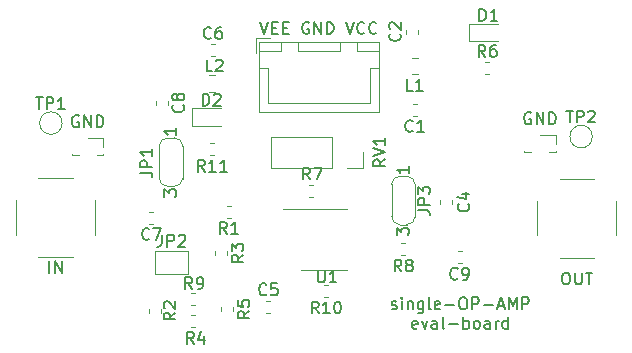
<source format=gbr>
G04 #@! TF.GenerationSoftware,KiCad,Pcbnew,(5.1.2)-2*
G04 #@! TF.CreationDate,2019-07-18T09:27:17+08:00*
G04 #@! TF.ProjectId,single_AM_eval_board,73696e67-6c65-45f4-914d-5f6576616c5f,rev?*
G04 #@! TF.SameCoordinates,Original*
G04 #@! TF.FileFunction,Legend,Top*
G04 #@! TF.FilePolarity,Positive*
%FSLAX46Y46*%
G04 Gerber Fmt 4.6, Leading zero omitted, Abs format (unit mm)*
G04 Created by KiCad (PCBNEW (5.1.2)-2) date 2019-07-18 09:27:17*
%MOMM*%
%LPD*%
G04 APERTURE LIST*
%ADD10C,0.150000*%
%ADD11C,0.120000*%
G04 APERTURE END LIST*
D10*
X129953476Y-149058761D02*
X130048714Y-149106380D01*
X130239190Y-149106380D01*
X130334428Y-149058761D01*
X130382047Y-148963523D01*
X130382047Y-148915904D01*
X130334428Y-148820666D01*
X130239190Y-148773047D01*
X130096333Y-148773047D01*
X130001095Y-148725428D01*
X129953476Y-148630190D01*
X129953476Y-148582571D01*
X130001095Y-148487333D01*
X130096333Y-148439714D01*
X130239190Y-148439714D01*
X130334428Y-148487333D01*
X130810619Y-149106380D02*
X130810619Y-148439714D01*
X130810619Y-148106380D02*
X130763000Y-148154000D01*
X130810619Y-148201619D01*
X130858238Y-148154000D01*
X130810619Y-148106380D01*
X130810619Y-148201619D01*
X131286809Y-148439714D02*
X131286809Y-149106380D01*
X131286809Y-148534952D02*
X131334428Y-148487333D01*
X131429666Y-148439714D01*
X131572523Y-148439714D01*
X131667761Y-148487333D01*
X131715380Y-148582571D01*
X131715380Y-149106380D01*
X132620142Y-148439714D02*
X132620142Y-149249238D01*
X132572523Y-149344476D01*
X132524904Y-149392095D01*
X132429666Y-149439714D01*
X132286809Y-149439714D01*
X132191571Y-149392095D01*
X132620142Y-149058761D02*
X132524904Y-149106380D01*
X132334428Y-149106380D01*
X132239190Y-149058761D01*
X132191571Y-149011142D01*
X132143952Y-148915904D01*
X132143952Y-148630190D01*
X132191571Y-148534952D01*
X132239190Y-148487333D01*
X132334428Y-148439714D01*
X132524904Y-148439714D01*
X132620142Y-148487333D01*
X133239190Y-149106380D02*
X133143952Y-149058761D01*
X133096333Y-148963523D01*
X133096333Y-148106380D01*
X134001095Y-149058761D02*
X133905857Y-149106380D01*
X133715380Y-149106380D01*
X133620142Y-149058761D01*
X133572523Y-148963523D01*
X133572523Y-148582571D01*
X133620142Y-148487333D01*
X133715380Y-148439714D01*
X133905857Y-148439714D01*
X134001095Y-148487333D01*
X134048714Y-148582571D01*
X134048714Y-148677809D01*
X133572523Y-148773047D01*
X134477285Y-148725428D02*
X135239190Y-148725428D01*
X135905857Y-148106380D02*
X136096333Y-148106380D01*
X136191571Y-148154000D01*
X136286809Y-148249238D01*
X136334428Y-148439714D01*
X136334428Y-148773047D01*
X136286809Y-148963523D01*
X136191571Y-149058761D01*
X136096333Y-149106380D01*
X135905857Y-149106380D01*
X135810619Y-149058761D01*
X135715380Y-148963523D01*
X135667761Y-148773047D01*
X135667761Y-148439714D01*
X135715380Y-148249238D01*
X135810619Y-148154000D01*
X135905857Y-148106380D01*
X136763000Y-149106380D02*
X136763000Y-148106380D01*
X137143952Y-148106380D01*
X137239190Y-148154000D01*
X137286809Y-148201619D01*
X137334428Y-148296857D01*
X137334428Y-148439714D01*
X137286809Y-148534952D01*
X137239190Y-148582571D01*
X137143952Y-148630190D01*
X136763000Y-148630190D01*
X137763000Y-148725428D02*
X138524904Y-148725428D01*
X138953476Y-148820666D02*
X139429666Y-148820666D01*
X138858238Y-149106380D02*
X139191571Y-148106380D01*
X139524904Y-149106380D01*
X139858238Y-149106380D02*
X139858238Y-148106380D01*
X140191571Y-148820666D01*
X140524904Y-148106380D01*
X140524904Y-149106380D01*
X141001095Y-149106380D02*
X141001095Y-148106380D01*
X141382047Y-148106380D01*
X141477285Y-148154000D01*
X141524904Y-148201619D01*
X141572523Y-148296857D01*
X141572523Y-148439714D01*
X141524904Y-148534952D01*
X141477285Y-148582571D01*
X141382047Y-148630190D01*
X141001095Y-148630190D01*
X132120142Y-150708761D02*
X132024904Y-150756380D01*
X131834428Y-150756380D01*
X131739190Y-150708761D01*
X131691571Y-150613523D01*
X131691571Y-150232571D01*
X131739190Y-150137333D01*
X131834428Y-150089714D01*
X132024904Y-150089714D01*
X132120142Y-150137333D01*
X132167761Y-150232571D01*
X132167761Y-150327809D01*
X131691571Y-150423047D01*
X132501095Y-150089714D02*
X132739190Y-150756380D01*
X132977285Y-150089714D01*
X133786809Y-150756380D02*
X133786809Y-150232571D01*
X133739190Y-150137333D01*
X133643952Y-150089714D01*
X133453476Y-150089714D01*
X133358238Y-150137333D01*
X133786809Y-150708761D02*
X133691571Y-150756380D01*
X133453476Y-150756380D01*
X133358238Y-150708761D01*
X133310619Y-150613523D01*
X133310619Y-150518285D01*
X133358238Y-150423047D01*
X133453476Y-150375428D01*
X133691571Y-150375428D01*
X133786809Y-150327809D01*
X134405857Y-150756380D02*
X134310619Y-150708761D01*
X134263000Y-150613523D01*
X134263000Y-149756380D01*
X134786809Y-150375428D02*
X135548714Y-150375428D01*
X136024904Y-150756380D02*
X136024904Y-149756380D01*
X136024904Y-150137333D02*
X136120142Y-150089714D01*
X136310619Y-150089714D01*
X136405857Y-150137333D01*
X136453476Y-150184952D01*
X136501095Y-150280190D01*
X136501095Y-150565904D01*
X136453476Y-150661142D01*
X136405857Y-150708761D01*
X136310619Y-150756380D01*
X136120142Y-150756380D01*
X136024904Y-150708761D01*
X137072523Y-150756380D02*
X136977285Y-150708761D01*
X136929666Y-150661142D01*
X136882047Y-150565904D01*
X136882047Y-150280190D01*
X136929666Y-150184952D01*
X136977285Y-150137333D01*
X137072523Y-150089714D01*
X137215380Y-150089714D01*
X137310619Y-150137333D01*
X137358238Y-150184952D01*
X137405857Y-150280190D01*
X137405857Y-150565904D01*
X137358238Y-150661142D01*
X137310619Y-150708761D01*
X137215380Y-150756380D01*
X137072523Y-150756380D01*
X138263000Y-150756380D02*
X138263000Y-150232571D01*
X138215380Y-150137333D01*
X138120142Y-150089714D01*
X137929666Y-150089714D01*
X137834428Y-150137333D01*
X138263000Y-150708761D02*
X138167761Y-150756380D01*
X137929666Y-150756380D01*
X137834428Y-150708761D01*
X137786809Y-150613523D01*
X137786809Y-150518285D01*
X137834428Y-150423047D01*
X137929666Y-150375428D01*
X138167761Y-150375428D01*
X138263000Y-150327809D01*
X138739190Y-150756380D02*
X138739190Y-150089714D01*
X138739190Y-150280190D02*
X138786809Y-150184952D01*
X138834428Y-150137333D01*
X138929666Y-150089714D01*
X139024904Y-150089714D01*
X139786809Y-150756380D02*
X139786809Y-149756380D01*
X139786809Y-150708761D02*
X139691571Y-150756380D01*
X139501095Y-150756380D01*
X139405857Y-150708761D01*
X139358238Y-150661142D01*
X139310619Y-150565904D01*
X139310619Y-150280190D01*
X139358238Y-150184952D01*
X139405857Y-150137333D01*
X139501095Y-150089714D01*
X139691571Y-150089714D01*
X139786809Y-150137333D01*
D11*
X141164000Y-135823000D02*
X141734000Y-135823000D01*
X143254000Y-135823000D02*
X143824000Y-135823000D01*
X141164000Y-135703000D02*
X141164000Y-135823000D01*
X143824000Y-135703000D02*
X143824000Y-135823000D01*
X143824000Y-134368000D02*
X143824000Y-135128000D01*
X142494000Y-134368000D02*
X143824000Y-134368000D01*
X146936500Y-134493000D02*
G75*
G03X146936500Y-134493000I-950000J0D01*
G01*
X104203500Y-134622000D02*
X105533500Y-134622000D01*
X105533500Y-134622000D02*
X105533500Y-135382000D01*
X105533500Y-135957000D02*
X105533500Y-136077000D01*
X102873500Y-135957000D02*
X102873500Y-136077000D01*
X104963500Y-136077000D02*
X105533500Y-136077000D01*
X102873500Y-136077000D02*
X103443500Y-136077000D01*
X102042000Y-133350000D02*
G75*
G03X102042000Y-133350000I-950000J0D01*
G01*
X124567767Y-148084000D02*
X124225233Y-148084000D01*
X124567767Y-147064000D02*
X124225233Y-147064000D01*
X134046500Y-140188767D02*
X134046500Y-139846233D01*
X135066500Y-140188767D02*
X135066500Y-139846233D01*
X119335733Y-149417500D02*
X119678267Y-149417500D01*
X119335733Y-148397500D02*
X119678267Y-148397500D01*
X100023000Y-137996000D02*
X102923000Y-137996000D01*
X100023000Y-144706000D02*
X102923000Y-144706000D01*
X104828000Y-139901000D02*
X104828000Y-142801000D01*
X98118000Y-139901000D02*
X98118000Y-142801000D01*
X118725000Y-126445000D02*
X118725000Y-132415000D01*
X118725000Y-132415000D02*
X128845000Y-132415000D01*
X128845000Y-132415000D02*
X128845000Y-126445000D01*
X128845000Y-126445000D02*
X118725000Y-126445000D01*
X122035000Y-126455000D02*
X122035000Y-127205000D01*
X122035000Y-127205000D02*
X125535000Y-127205000D01*
X125535000Y-127205000D02*
X125535000Y-126455000D01*
X125535000Y-126455000D02*
X122035000Y-126455000D01*
X118735000Y-126455000D02*
X118735000Y-127205000D01*
X118735000Y-127205000D02*
X120535000Y-127205000D01*
X120535000Y-127205000D02*
X120535000Y-126455000D01*
X120535000Y-126455000D02*
X118735000Y-126455000D01*
X127035000Y-126455000D02*
X127035000Y-127205000D01*
X127035000Y-127205000D02*
X128835000Y-127205000D01*
X128835000Y-127205000D02*
X128835000Y-126455000D01*
X128835000Y-126455000D02*
X127035000Y-126455000D01*
X118735000Y-128705000D02*
X119485000Y-128705000D01*
X119485000Y-128705000D02*
X119485000Y-131655000D01*
X119485000Y-131655000D02*
X123785000Y-131655000D01*
X128835000Y-128705000D02*
X128085000Y-128705000D01*
X128085000Y-128705000D02*
X128085000Y-131655000D01*
X128085000Y-131655000D02*
X123785000Y-131655000D01*
X119685000Y-126155000D02*
X118435000Y-126155000D01*
X118435000Y-126155000D02*
X118435000Y-127405000D01*
X142250500Y-139964500D02*
X142250500Y-142864500D01*
X148960500Y-139964500D02*
X148960500Y-142864500D01*
X144155500Y-144769500D02*
X147055500Y-144769500D01*
X144155500Y-138059500D02*
X147055500Y-138059500D01*
X110428500Y-149053733D02*
X110428500Y-149396267D01*
X109408500Y-149053733D02*
X109408500Y-149396267D01*
X116524500Y-148926733D02*
X116524500Y-149269267D01*
X115504500Y-148926733D02*
X115504500Y-149269267D01*
X123297767Y-138555000D02*
X122955233Y-138555000D01*
X123297767Y-139575000D02*
X122955233Y-139575000D01*
X131108267Y-143508000D02*
X130765733Y-143508000D01*
X131108267Y-144528000D02*
X130765733Y-144528000D01*
X124206000Y-145752500D02*
X126156000Y-145752500D01*
X124206000Y-145752500D02*
X122256000Y-145752500D01*
X124206000Y-140632500D02*
X126156000Y-140632500D01*
X124206000Y-140632500D02*
X120756000Y-140632500D01*
X132060767Y-131697000D02*
X131718233Y-131697000D01*
X132060767Y-132717000D02*
X131718233Y-132717000D01*
X131189000Y-125774267D02*
X131189000Y-125431733D01*
X132209000Y-125774267D02*
X132209000Y-125431733D01*
X114636733Y-127700500D02*
X114979267Y-127700500D01*
X114636733Y-126680500D02*
X114979267Y-126680500D01*
X109772267Y-141861000D02*
X109429733Y-141861000D01*
X109772267Y-140841000D02*
X109429733Y-140841000D01*
X111000000Y-131464233D02*
X111000000Y-131806767D01*
X109980000Y-131464233D02*
X109980000Y-131806767D01*
X135870767Y-144206500D02*
X135528233Y-144206500D01*
X135870767Y-145226500D02*
X135528233Y-145226500D01*
X136452500Y-126401500D02*
X138912500Y-126401500D01*
X136452500Y-124931500D02*
X136452500Y-126401500D01*
X138912500Y-124931500D02*
X136452500Y-124931500D01*
X115481000Y-132107000D02*
X113021000Y-132107000D01*
X113021000Y-132107000D02*
X113021000Y-133577000D01*
X113021000Y-133577000D02*
X115481000Y-133577000D01*
X110952000Y-134602000D02*
X111552000Y-134602000D01*
X110252000Y-138052000D02*
X110252000Y-135252000D01*
X111552000Y-138702000D02*
X110952000Y-138702000D01*
X112252000Y-135252000D02*
X112252000Y-138052000D01*
X112252000Y-138002000D02*
G75*
G02X111552000Y-138702000I-700000J0D01*
G01*
X110952000Y-138702000D02*
G75*
G02X110252000Y-138002000I0J700000D01*
G01*
X110252000Y-135302000D02*
G75*
G02X110952000Y-134602000I700000J0D01*
G01*
X111552000Y-134602000D02*
G75*
G02X112252000Y-135302000I0J-700000D01*
G01*
X109915500Y-146161000D02*
X109915500Y-144161000D01*
X112715500Y-146161000D02*
X109915500Y-146161000D01*
X112715500Y-144161000D02*
X112715500Y-146161000D01*
X109915500Y-144161000D02*
X112715500Y-144161000D01*
X131237000Y-137840500D02*
G75*
G02X131937000Y-138540500I0J-700000D01*
G01*
X129937000Y-138540500D02*
G75*
G02X130637000Y-137840500I700000J0D01*
G01*
X130637000Y-141940500D02*
G75*
G02X129937000Y-141240500I0J700000D01*
G01*
X131937000Y-141240500D02*
G75*
G02X131237000Y-141940500I-700000J0D01*
G01*
X131937000Y-138490500D02*
X131937000Y-141290500D01*
X131237000Y-141940500D02*
X130637000Y-141940500D01*
X129937000Y-141290500D02*
X129937000Y-138490500D01*
X130637000Y-137840500D02*
X131237000Y-137840500D01*
X132150752Y-129234000D02*
X131628248Y-129234000D01*
X132150752Y-127814000D02*
X131628248Y-127814000D01*
X115005752Y-129274500D02*
X114483248Y-129274500D01*
X115005752Y-130694500D02*
X114483248Y-130694500D01*
X116312767Y-140333000D02*
X115970233Y-140333000D01*
X116312767Y-141353000D02*
X115970233Y-141353000D01*
X116016500Y-144164233D02*
X116016500Y-144506767D01*
X114996500Y-144164233D02*
X114996500Y-144506767D01*
X112985733Y-150624000D02*
X113328267Y-150624000D01*
X112985733Y-149604000D02*
X113328267Y-149604000D01*
X137877733Y-129224500D02*
X138220267Y-129224500D01*
X137877733Y-128204500D02*
X138220267Y-128204500D01*
X113328267Y-148719000D02*
X112985733Y-148719000D01*
X113328267Y-147699000D02*
X112985733Y-147699000D01*
X124904500Y-134496500D02*
X124904500Y-137156500D01*
X124904500Y-134496500D02*
X119764500Y-134496500D01*
X119764500Y-134496500D02*
X119764500Y-137156500D01*
X124904500Y-137156500D02*
X119764500Y-137156500D01*
X127504500Y-137156500D02*
X126174500Y-137156500D01*
X127504500Y-135826500D02*
X127504500Y-137156500D01*
X114915767Y-136082500D02*
X114573233Y-136082500D01*
X114915767Y-135062500D02*
X114573233Y-135062500D01*
D10*
X141732095Y-132493000D02*
X141636857Y-132445380D01*
X141494000Y-132445380D01*
X141351142Y-132493000D01*
X141255904Y-132588238D01*
X141208285Y-132683476D01*
X141160666Y-132873952D01*
X141160666Y-133016809D01*
X141208285Y-133207285D01*
X141255904Y-133302523D01*
X141351142Y-133397761D01*
X141494000Y-133445380D01*
X141589238Y-133445380D01*
X141732095Y-133397761D01*
X141779714Y-133350142D01*
X141779714Y-133016809D01*
X141589238Y-133016809D01*
X142208285Y-133445380D02*
X142208285Y-132445380D01*
X142779714Y-133445380D01*
X142779714Y-132445380D01*
X143255904Y-133445380D02*
X143255904Y-132445380D01*
X143494000Y-132445380D01*
X143636857Y-132493000D01*
X143732095Y-132588238D01*
X143779714Y-132683476D01*
X143827333Y-132873952D01*
X143827333Y-133016809D01*
X143779714Y-133207285D01*
X143732095Y-133302523D01*
X143636857Y-133397761D01*
X143494000Y-133445380D01*
X143255904Y-133445380D01*
X144724595Y-132297380D02*
X145296023Y-132297380D01*
X145010309Y-133297380D02*
X145010309Y-132297380D01*
X145629357Y-133297380D02*
X145629357Y-132297380D01*
X146010309Y-132297380D01*
X146105547Y-132345000D01*
X146153166Y-132392619D01*
X146200785Y-132487857D01*
X146200785Y-132630714D01*
X146153166Y-132725952D01*
X146105547Y-132773571D01*
X146010309Y-132821190D01*
X145629357Y-132821190D01*
X146581738Y-132392619D02*
X146629357Y-132345000D01*
X146724595Y-132297380D01*
X146962690Y-132297380D01*
X147057928Y-132345000D01*
X147105547Y-132392619D01*
X147153166Y-132487857D01*
X147153166Y-132583095D01*
X147105547Y-132725952D01*
X146534119Y-133297380D01*
X147153166Y-133297380D01*
X103441595Y-132747000D02*
X103346357Y-132699380D01*
X103203500Y-132699380D01*
X103060642Y-132747000D01*
X102965404Y-132842238D01*
X102917785Y-132937476D01*
X102870166Y-133127952D01*
X102870166Y-133270809D01*
X102917785Y-133461285D01*
X102965404Y-133556523D01*
X103060642Y-133651761D01*
X103203500Y-133699380D01*
X103298738Y-133699380D01*
X103441595Y-133651761D01*
X103489214Y-133604142D01*
X103489214Y-133270809D01*
X103298738Y-133270809D01*
X103917785Y-133699380D02*
X103917785Y-132699380D01*
X104489214Y-133699380D01*
X104489214Y-132699380D01*
X104965404Y-133699380D02*
X104965404Y-132699380D01*
X105203500Y-132699380D01*
X105346357Y-132747000D01*
X105441595Y-132842238D01*
X105489214Y-132937476D01*
X105536833Y-133127952D01*
X105536833Y-133270809D01*
X105489214Y-133461285D01*
X105441595Y-133556523D01*
X105346357Y-133651761D01*
X105203500Y-133699380D01*
X104965404Y-133699380D01*
X99830095Y-131154380D02*
X100401523Y-131154380D01*
X100115809Y-132154380D02*
X100115809Y-131154380D01*
X100734857Y-132154380D02*
X100734857Y-131154380D01*
X101115809Y-131154380D01*
X101211047Y-131202000D01*
X101258666Y-131249619D01*
X101306285Y-131344857D01*
X101306285Y-131487714D01*
X101258666Y-131582952D01*
X101211047Y-131630571D01*
X101115809Y-131678190D01*
X100734857Y-131678190D01*
X102258666Y-132154380D02*
X101687238Y-132154380D01*
X101972952Y-132154380D02*
X101972952Y-131154380D01*
X101877714Y-131297238D01*
X101782476Y-131392476D01*
X101687238Y-131440095D01*
X123753642Y-149456380D02*
X123420309Y-148980190D01*
X123182214Y-149456380D02*
X123182214Y-148456380D01*
X123563166Y-148456380D01*
X123658404Y-148504000D01*
X123706023Y-148551619D01*
X123753642Y-148646857D01*
X123753642Y-148789714D01*
X123706023Y-148884952D01*
X123658404Y-148932571D01*
X123563166Y-148980190D01*
X123182214Y-148980190D01*
X124706023Y-149456380D02*
X124134595Y-149456380D01*
X124420309Y-149456380D02*
X124420309Y-148456380D01*
X124325071Y-148599238D01*
X124229833Y-148694476D01*
X124134595Y-148742095D01*
X125325071Y-148456380D02*
X125420309Y-148456380D01*
X125515547Y-148504000D01*
X125563166Y-148551619D01*
X125610785Y-148646857D01*
X125658404Y-148837333D01*
X125658404Y-149075428D01*
X125610785Y-149265904D01*
X125563166Y-149361142D01*
X125515547Y-149408761D01*
X125420309Y-149456380D01*
X125325071Y-149456380D01*
X125229833Y-149408761D01*
X125182214Y-149361142D01*
X125134595Y-149265904D01*
X125086976Y-149075428D01*
X125086976Y-148837333D01*
X125134595Y-148646857D01*
X125182214Y-148551619D01*
X125229833Y-148504000D01*
X125325071Y-148456380D01*
X136437642Y-140184166D02*
X136485261Y-140231785D01*
X136532880Y-140374642D01*
X136532880Y-140469880D01*
X136485261Y-140612738D01*
X136390023Y-140707976D01*
X136294785Y-140755595D01*
X136104309Y-140803214D01*
X135961452Y-140803214D01*
X135770976Y-140755595D01*
X135675738Y-140707976D01*
X135580500Y-140612738D01*
X135532880Y-140469880D01*
X135532880Y-140374642D01*
X135580500Y-140231785D01*
X135628119Y-140184166D01*
X135866214Y-139327023D02*
X136532880Y-139327023D01*
X135485261Y-139565119D02*
X136199547Y-139803214D01*
X136199547Y-139184166D01*
X119340333Y-147834642D02*
X119292714Y-147882261D01*
X119149857Y-147929880D01*
X119054619Y-147929880D01*
X118911761Y-147882261D01*
X118816523Y-147787023D01*
X118768904Y-147691785D01*
X118721285Y-147501309D01*
X118721285Y-147358452D01*
X118768904Y-147167976D01*
X118816523Y-147072738D01*
X118911761Y-146977500D01*
X119054619Y-146929880D01*
X119149857Y-146929880D01*
X119292714Y-146977500D01*
X119340333Y-147025119D01*
X120245095Y-146929880D02*
X119768904Y-146929880D01*
X119721285Y-147406071D01*
X119768904Y-147358452D01*
X119864142Y-147310833D01*
X120102238Y-147310833D01*
X120197476Y-147358452D01*
X120245095Y-147406071D01*
X120292714Y-147501309D01*
X120292714Y-147739404D01*
X120245095Y-147834642D01*
X120197476Y-147882261D01*
X120102238Y-147929880D01*
X119864142Y-147929880D01*
X119768904Y-147882261D01*
X119721285Y-147834642D01*
X100949190Y-146057880D02*
X100949190Y-145057880D01*
X101425380Y-146057880D02*
X101425380Y-145057880D01*
X101996809Y-146057880D01*
X101996809Y-145057880D01*
X118832619Y-124807380D02*
X119165952Y-125807380D01*
X119499285Y-124807380D01*
X119832619Y-125283571D02*
X120165952Y-125283571D01*
X120308809Y-125807380D02*
X119832619Y-125807380D01*
X119832619Y-124807380D01*
X120308809Y-124807380D01*
X120737380Y-125283571D02*
X121070714Y-125283571D01*
X121213571Y-125807380D02*
X120737380Y-125807380D01*
X120737380Y-124807380D01*
X121213571Y-124807380D01*
X122927857Y-124855000D02*
X122832619Y-124807380D01*
X122689761Y-124807380D01*
X122546904Y-124855000D01*
X122451666Y-124950238D01*
X122404047Y-125045476D01*
X122356428Y-125235952D01*
X122356428Y-125378809D01*
X122404047Y-125569285D01*
X122451666Y-125664523D01*
X122546904Y-125759761D01*
X122689761Y-125807380D01*
X122785000Y-125807380D01*
X122927857Y-125759761D01*
X122975476Y-125712142D01*
X122975476Y-125378809D01*
X122785000Y-125378809D01*
X123404047Y-125807380D02*
X123404047Y-124807380D01*
X123975476Y-125807380D01*
X123975476Y-124807380D01*
X124451666Y-125807380D02*
X124451666Y-124807380D01*
X124689761Y-124807380D01*
X124832619Y-124855000D01*
X124927857Y-124950238D01*
X124975476Y-125045476D01*
X125023095Y-125235952D01*
X125023095Y-125378809D01*
X124975476Y-125569285D01*
X124927857Y-125664523D01*
X124832619Y-125759761D01*
X124689761Y-125807380D01*
X124451666Y-125807380D01*
X126070714Y-124807380D02*
X126404047Y-125807380D01*
X126737380Y-124807380D01*
X127642142Y-125712142D02*
X127594523Y-125759761D01*
X127451666Y-125807380D01*
X127356428Y-125807380D01*
X127213571Y-125759761D01*
X127118333Y-125664523D01*
X127070714Y-125569285D01*
X127023095Y-125378809D01*
X127023095Y-125235952D01*
X127070714Y-125045476D01*
X127118333Y-124950238D01*
X127213571Y-124855000D01*
X127356428Y-124807380D01*
X127451666Y-124807380D01*
X127594523Y-124855000D01*
X127642142Y-124902619D01*
X128642142Y-125712142D02*
X128594523Y-125759761D01*
X128451666Y-125807380D01*
X128356428Y-125807380D01*
X128213571Y-125759761D01*
X128118333Y-125664523D01*
X128070714Y-125569285D01*
X128023095Y-125378809D01*
X128023095Y-125235952D01*
X128070714Y-125045476D01*
X128118333Y-124950238D01*
X128213571Y-124855000D01*
X128356428Y-124807380D01*
X128451666Y-124807380D01*
X128594523Y-124855000D01*
X128642142Y-124902619D01*
X144605500Y-146010380D02*
X144795976Y-146010380D01*
X144891214Y-146058000D01*
X144986452Y-146153238D01*
X145034071Y-146343714D01*
X145034071Y-146677047D01*
X144986452Y-146867523D01*
X144891214Y-146962761D01*
X144795976Y-147010380D01*
X144605500Y-147010380D01*
X144510261Y-146962761D01*
X144415023Y-146867523D01*
X144367404Y-146677047D01*
X144367404Y-146343714D01*
X144415023Y-146153238D01*
X144510261Y-146058000D01*
X144605500Y-146010380D01*
X145462642Y-146010380D02*
X145462642Y-146819904D01*
X145510261Y-146915142D01*
X145557880Y-146962761D01*
X145653119Y-147010380D01*
X145843595Y-147010380D01*
X145938833Y-146962761D01*
X145986452Y-146915142D01*
X146034071Y-146819904D01*
X146034071Y-146010380D01*
X146367404Y-146010380D02*
X146938833Y-146010380D01*
X146653119Y-147010380D02*
X146653119Y-146010380D01*
X111640880Y-149391666D02*
X111164690Y-149725000D01*
X111640880Y-149963095D02*
X110640880Y-149963095D01*
X110640880Y-149582142D01*
X110688500Y-149486904D01*
X110736119Y-149439285D01*
X110831357Y-149391666D01*
X110974214Y-149391666D01*
X111069452Y-149439285D01*
X111117071Y-149486904D01*
X111164690Y-149582142D01*
X111164690Y-149963095D01*
X110736119Y-149010714D02*
X110688500Y-148963095D01*
X110640880Y-148867857D01*
X110640880Y-148629761D01*
X110688500Y-148534523D01*
X110736119Y-148486904D01*
X110831357Y-148439285D01*
X110926595Y-148439285D01*
X111069452Y-148486904D01*
X111640880Y-149058333D01*
X111640880Y-148439285D01*
X117896880Y-149264666D02*
X117420690Y-149598000D01*
X117896880Y-149836095D02*
X116896880Y-149836095D01*
X116896880Y-149455142D01*
X116944500Y-149359904D01*
X116992119Y-149312285D01*
X117087357Y-149264666D01*
X117230214Y-149264666D01*
X117325452Y-149312285D01*
X117373071Y-149359904D01*
X117420690Y-149455142D01*
X117420690Y-149836095D01*
X116896880Y-148359904D02*
X116896880Y-148836095D01*
X117373071Y-148883714D01*
X117325452Y-148836095D01*
X117277833Y-148740857D01*
X117277833Y-148502761D01*
X117325452Y-148407523D01*
X117373071Y-148359904D01*
X117468309Y-148312285D01*
X117706404Y-148312285D01*
X117801642Y-148359904D01*
X117849261Y-148407523D01*
X117896880Y-148502761D01*
X117896880Y-148740857D01*
X117849261Y-148836095D01*
X117801642Y-148883714D01*
X123023333Y-138120380D02*
X122690000Y-137644190D01*
X122451904Y-138120380D02*
X122451904Y-137120380D01*
X122832857Y-137120380D01*
X122928095Y-137168000D01*
X122975714Y-137215619D01*
X123023333Y-137310857D01*
X123023333Y-137453714D01*
X122975714Y-137548952D01*
X122928095Y-137596571D01*
X122832857Y-137644190D01*
X122451904Y-137644190D01*
X123356666Y-137120380D02*
X124023333Y-137120380D01*
X123594761Y-138120380D01*
X130770333Y-145900380D02*
X130437000Y-145424190D01*
X130198904Y-145900380D02*
X130198904Y-144900380D01*
X130579857Y-144900380D01*
X130675095Y-144948000D01*
X130722714Y-144995619D01*
X130770333Y-145090857D01*
X130770333Y-145233714D01*
X130722714Y-145328952D01*
X130675095Y-145376571D01*
X130579857Y-145424190D01*
X130198904Y-145424190D01*
X131341761Y-145328952D02*
X131246523Y-145281333D01*
X131198904Y-145233714D01*
X131151285Y-145138476D01*
X131151285Y-145090857D01*
X131198904Y-144995619D01*
X131246523Y-144948000D01*
X131341761Y-144900380D01*
X131532238Y-144900380D01*
X131627476Y-144948000D01*
X131675095Y-144995619D01*
X131722714Y-145090857D01*
X131722714Y-145138476D01*
X131675095Y-145233714D01*
X131627476Y-145281333D01*
X131532238Y-145328952D01*
X131341761Y-145328952D01*
X131246523Y-145376571D01*
X131198904Y-145424190D01*
X131151285Y-145519428D01*
X131151285Y-145709904D01*
X131198904Y-145805142D01*
X131246523Y-145852761D01*
X131341761Y-145900380D01*
X131532238Y-145900380D01*
X131627476Y-145852761D01*
X131675095Y-145805142D01*
X131722714Y-145709904D01*
X131722714Y-145519428D01*
X131675095Y-145424190D01*
X131627476Y-145376571D01*
X131532238Y-145328952D01*
X123698095Y-145819880D02*
X123698095Y-146629404D01*
X123745714Y-146724642D01*
X123793333Y-146772261D01*
X123888571Y-146819880D01*
X124079047Y-146819880D01*
X124174285Y-146772261D01*
X124221904Y-146724642D01*
X124269523Y-146629404D01*
X124269523Y-145819880D01*
X125269523Y-146819880D02*
X124698095Y-146819880D01*
X124983809Y-146819880D02*
X124983809Y-145819880D01*
X124888571Y-145962738D01*
X124793333Y-146057976D01*
X124698095Y-146105595D01*
X131722833Y-133994142D02*
X131675214Y-134041761D01*
X131532357Y-134089380D01*
X131437119Y-134089380D01*
X131294261Y-134041761D01*
X131199023Y-133946523D01*
X131151404Y-133851285D01*
X131103785Y-133660809D01*
X131103785Y-133517952D01*
X131151404Y-133327476D01*
X131199023Y-133232238D01*
X131294261Y-133137000D01*
X131437119Y-133089380D01*
X131532357Y-133089380D01*
X131675214Y-133137000D01*
X131722833Y-133184619D01*
X132675214Y-134089380D02*
X132103785Y-134089380D01*
X132389500Y-134089380D02*
X132389500Y-133089380D01*
X132294261Y-133232238D01*
X132199023Y-133327476D01*
X132103785Y-133375095D01*
X130626142Y-125769666D02*
X130673761Y-125817285D01*
X130721380Y-125960142D01*
X130721380Y-126055380D01*
X130673761Y-126198238D01*
X130578523Y-126293476D01*
X130483285Y-126341095D01*
X130292809Y-126388714D01*
X130149952Y-126388714D01*
X129959476Y-126341095D01*
X129864238Y-126293476D01*
X129769000Y-126198238D01*
X129721380Y-126055380D01*
X129721380Y-125960142D01*
X129769000Y-125817285D01*
X129816619Y-125769666D01*
X129816619Y-125388714D02*
X129769000Y-125341095D01*
X129721380Y-125245857D01*
X129721380Y-125007761D01*
X129769000Y-124912523D01*
X129816619Y-124864904D01*
X129911857Y-124817285D01*
X130007095Y-124817285D01*
X130149952Y-124864904D01*
X130721380Y-125436333D01*
X130721380Y-124817285D01*
X114641333Y-126117642D02*
X114593714Y-126165261D01*
X114450857Y-126212880D01*
X114355619Y-126212880D01*
X114212761Y-126165261D01*
X114117523Y-126070023D01*
X114069904Y-125974785D01*
X114022285Y-125784309D01*
X114022285Y-125641452D01*
X114069904Y-125450976D01*
X114117523Y-125355738D01*
X114212761Y-125260500D01*
X114355619Y-125212880D01*
X114450857Y-125212880D01*
X114593714Y-125260500D01*
X114641333Y-125308119D01*
X115498476Y-125212880D02*
X115308000Y-125212880D01*
X115212761Y-125260500D01*
X115165142Y-125308119D01*
X115069904Y-125450976D01*
X115022285Y-125641452D01*
X115022285Y-126022404D01*
X115069904Y-126117642D01*
X115117523Y-126165261D01*
X115212761Y-126212880D01*
X115403238Y-126212880D01*
X115498476Y-126165261D01*
X115546095Y-126117642D01*
X115593714Y-126022404D01*
X115593714Y-125784309D01*
X115546095Y-125689071D01*
X115498476Y-125641452D01*
X115403238Y-125593833D01*
X115212761Y-125593833D01*
X115117523Y-125641452D01*
X115069904Y-125689071D01*
X115022285Y-125784309D01*
X109434333Y-143138142D02*
X109386714Y-143185761D01*
X109243857Y-143233380D01*
X109148619Y-143233380D01*
X109005761Y-143185761D01*
X108910523Y-143090523D01*
X108862904Y-142995285D01*
X108815285Y-142804809D01*
X108815285Y-142661952D01*
X108862904Y-142471476D01*
X108910523Y-142376238D01*
X109005761Y-142281000D01*
X109148619Y-142233380D01*
X109243857Y-142233380D01*
X109386714Y-142281000D01*
X109434333Y-142328619D01*
X109767666Y-142233380D02*
X110434333Y-142233380D01*
X110005761Y-143233380D01*
X112277142Y-131802166D02*
X112324761Y-131849785D01*
X112372380Y-131992642D01*
X112372380Y-132087880D01*
X112324761Y-132230738D01*
X112229523Y-132325976D01*
X112134285Y-132373595D01*
X111943809Y-132421214D01*
X111800952Y-132421214D01*
X111610476Y-132373595D01*
X111515238Y-132325976D01*
X111420000Y-132230738D01*
X111372380Y-132087880D01*
X111372380Y-131992642D01*
X111420000Y-131849785D01*
X111467619Y-131802166D01*
X111800952Y-131230738D02*
X111753333Y-131325976D01*
X111705714Y-131373595D01*
X111610476Y-131421214D01*
X111562857Y-131421214D01*
X111467619Y-131373595D01*
X111420000Y-131325976D01*
X111372380Y-131230738D01*
X111372380Y-131040261D01*
X111420000Y-130945023D01*
X111467619Y-130897404D01*
X111562857Y-130849785D01*
X111610476Y-130849785D01*
X111705714Y-130897404D01*
X111753333Y-130945023D01*
X111800952Y-131040261D01*
X111800952Y-131230738D01*
X111848571Y-131325976D01*
X111896190Y-131373595D01*
X111991428Y-131421214D01*
X112181904Y-131421214D01*
X112277142Y-131373595D01*
X112324761Y-131325976D01*
X112372380Y-131230738D01*
X112372380Y-131040261D01*
X112324761Y-130945023D01*
X112277142Y-130897404D01*
X112181904Y-130849785D01*
X111991428Y-130849785D01*
X111896190Y-130897404D01*
X111848571Y-130945023D01*
X111800952Y-131040261D01*
X135532833Y-146503642D02*
X135485214Y-146551261D01*
X135342357Y-146598880D01*
X135247119Y-146598880D01*
X135104261Y-146551261D01*
X135009023Y-146456023D01*
X134961404Y-146360785D01*
X134913785Y-146170309D01*
X134913785Y-146027452D01*
X134961404Y-145836976D01*
X135009023Y-145741738D01*
X135104261Y-145646500D01*
X135247119Y-145598880D01*
X135342357Y-145598880D01*
X135485214Y-145646500D01*
X135532833Y-145694119D01*
X136009023Y-146598880D02*
X136199500Y-146598880D01*
X136294738Y-146551261D01*
X136342357Y-146503642D01*
X136437595Y-146360785D01*
X136485214Y-146170309D01*
X136485214Y-145789357D01*
X136437595Y-145694119D01*
X136389976Y-145646500D01*
X136294738Y-145598880D01*
X136104261Y-145598880D01*
X136009023Y-145646500D01*
X135961404Y-145694119D01*
X135913785Y-145789357D01*
X135913785Y-146027452D01*
X135961404Y-146122690D01*
X136009023Y-146170309D01*
X136104261Y-146217928D01*
X136294738Y-146217928D01*
X136389976Y-146170309D01*
X136437595Y-146122690D01*
X136485214Y-146027452D01*
X137374404Y-124688880D02*
X137374404Y-123688880D01*
X137612500Y-123688880D01*
X137755357Y-123736500D01*
X137850595Y-123831738D01*
X137898214Y-123926976D01*
X137945833Y-124117452D01*
X137945833Y-124260309D01*
X137898214Y-124450785D01*
X137850595Y-124546023D01*
X137755357Y-124641261D01*
X137612500Y-124688880D01*
X137374404Y-124688880D01*
X138898214Y-124688880D02*
X138326785Y-124688880D01*
X138612500Y-124688880D02*
X138612500Y-123688880D01*
X138517261Y-123831738D01*
X138422023Y-123926976D01*
X138326785Y-123974595D01*
X113942904Y-131864380D02*
X113942904Y-130864380D01*
X114181000Y-130864380D01*
X114323857Y-130912000D01*
X114419095Y-131007238D01*
X114466714Y-131102476D01*
X114514333Y-131292952D01*
X114514333Y-131435809D01*
X114466714Y-131626285D01*
X114419095Y-131721523D01*
X114323857Y-131816761D01*
X114181000Y-131864380D01*
X113942904Y-131864380D01*
X114895285Y-130959619D02*
X114942904Y-130912000D01*
X115038142Y-130864380D01*
X115276238Y-130864380D01*
X115371476Y-130912000D01*
X115419095Y-130959619D01*
X115466714Y-131054857D01*
X115466714Y-131150095D01*
X115419095Y-131292952D01*
X114847666Y-131864380D01*
X115466714Y-131864380D01*
X108672380Y-137548833D02*
X109386666Y-137548833D01*
X109529523Y-137596452D01*
X109624761Y-137691690D01*
X109672380Y-137834547D01*
X109672380Y-137929785D01*
X109672380Y-137072642D02*
X108672380Y-137072642D01*
X108672380Y-136691690D01*
X108720000Y-136596452D01*
X108767619Y-136548833D01*
X108862857Y-136501214D01*
X109005714Y-136501214D01*
X109100952Y-136548833D01*
X109148571Y-136596452D01*
X109196190Y-136691690D01*
X109196190Y-137072642D01*
X109672380Y-135548833D02*
X109672380Y-136120261D01*
X109672380Y-135834547D02*
X108672380Y-135834547D01*
X108815238Y-135929785D01*
X108910476Y-136025023D01*
X108958095Y-136120261D01*
X110704380Y-139585333D02*
X110704380Y-138966285D01*
X111085333Y-139299619D01*
X111085333Y-139156761D01*
X111132952Y-139061523D01*
X111180571Y-139013904D01*
X111275809Y-138966285D01*
X111513904Y-138966285D01*
X111609142Y-139013904D01*
X111656761Y-139061523D01*
X111704380Y-139156761D01*
X111704380Y-139442476D01*
X111656761Y-139537714D01*
X111609142Y-139585333D01*
X111704380Y-133766285D02*
X111704380Y-134337714D01*
X111704380Y-134052000D02*
X110704380Y-134052000D01*
X110847238Y-134147238D01*
X110942476Y-134242476D01*
X110990095Y-134337714D01*
X110482166Y-142813380D02*
X110482166Y-143527666D01*
X110434547Y-143670523D01*
X110339309Y-143765761D01*
X110196452Y-143813380D01*
X110101214Y-143813380D01*
X110958357Y-143813380D02*
X110958357Y-142813380D01*
X111339309Y-142813380D01*
X111434547Y-142861000D01*
X111482166Y-142908619D01*
X111529785Y-143003857D01*
X111529785Y-143146714D01*
X111482166Y-143241952D01*
X111434547Y-143289571D01*
X111339309Y-143337190D01*
X110958357Y-143337190D01*
X111910738Y-142908619D02*
X111958357Y-142861000D01*
X112053595Y-142813380D01*
X112291690Y-142813380D01*
X112386928Y-142861000D01*
X112434547Y-142908619D01*
X112482166Y-143003857D01*
X112482166Y-143099095D01*
X112434547Y-143241952D01*
X111863119Y-143813380D01*
X112482166Y-143813380D01*
X132189380Y-140723833D02*
X132903666Y-140723833D01*
X133046523Y-140771452D01*
X133141761Y-140866690D01*
X133189380Y-141009547D01*
X133189380Y-141104785D01*
X133189380Y-140247642D02*
X132189380Y-140247642D01*
X132189380Y-139866690D01*
X132237000Y-139771452D01*
X132284619Y-139723833D01*
X132379857Y-139676214D01*
X132522714Y-139676214D01*
X132617952Y-139723833D01*
X132665571Y-139771452D01*
X132713190Y-139866690D01*
X132713190Y-140247642D01*
X132189380Y-139342880D02*
X132189380Y-138723833D01*
X132570333Y-139057166D01*
X132570333Y-138914309D01*
X132617952Y-138819071D01*
X132665571Y-138771452D01*
X132760809Y-138723833D01*
X132998904Y-138723833D01*
X133094142Y-138771452D01*
X133141761Y-138819071D01*
X133189380Y-138914309D01*
X133189380Y-139200023D01*
X133141761Y-139295261D01*
X133094142Y-139342880D01*
X131389380Y-137004785D02*
X131389380Y-137576214D01*
X131389380Y-137290500D02*
X130389380Y-137290500D01*
X130532238Y-137385738D01*
X130627476Y-137480976D01*
X130675095Y-137576214D01*
X130389380Y-142823833D02*
X130389380Y-142204785D01*
X130770333Y-142538119D01*
X130770333Y-142395261D01*
X130817952Y-142300023D01*
X130865571Y-142252404D01*
X130960809Y-142204785D01*
X131198904Y-142204785D01*
X131294142Y-142252404D01*
X131341761Y-142300023D01*
X131389380Y-142395261D01*
X131389380Y-142680976D01*
X131341761Y-142776214D01*
X131294142Y-142823833D01*
X131722833Y-130626380D02*
X131246642Y-130626380D01*
X131246642Y-129626380D01*
X132579976Y-130626380D02*
X132008547Y-130626380D01*
X132294261Y-130626380D02*
X132294261Y-129626380D01*
X132199023Y-129769238D01*
X132103785Y-129864476D01*
X132008547Y-129912095D01*
X114768333Y-128976380D02*
X114292142Y-128976380D01*
X114292142Y-127976380D01*
X115054047Y-128071619D02*
X115101666Y-128024000D01*
X115196904Y-127976380D01*
X115435000Y-127976380D01*
X115530238Y-128024000D01*
X115577857Y-128071619D01*
X115625476Y-128166857D01*
X115625476Y-128262095D01*
X115577857Y-128404952D01*
X115006428Y-128976380D01*
X115625476Y-128976380D01*
X115974833Y-142725380D02*
X115641500Y-142249190D01*
X115403404Y-142725380D02*
X115403404Y-141725380D01*
X115784357Y-141725380D01*
X115879595Y-141773000D01*
X115927214Y-141820619D01*
X115974833Y-141915857D01*
X115974833Y-142058714D01*
X115927214Y-142153952D01*
X115879595Y-142201571D01*
X115784357Y-142249190D01*
X115403404Y-142249190D01*
X116927214Y-142725380D02*
X116355785Y-142725380D01*
X116641500Y-142725380D02*
X116641500Y-141725380D01*
X116546261Y-141868238D01*
X116451023Y-141963476D01*
X116355785Y-142011095D01*
X117388880Y-144502166D02*
X116912690Y-144835500D01*
X117388880Y-145073595D02*
X116388880Y-145073595D01*
X116388880Y-144692642D01*
X116436500Y-144597404D01*
X116484119Y-144549785D01*
X116579357Y-144502166D01*
X116722214Y-144502166D01*
X116817452Y-144549785D01*
X116865071Y-144597404D01*
X116912690Y-144692642D01*
X116912690Y-145073595D01*
X116388880Y-144168833D02*
X116388880Y-143549785D01*
X116769833Y-143883119D01*
X116769833Y-143740261D01*
X116817452Y-143645023D01*
X116865071Y-143597404D01*
X116960309Y-143549785D01*
X117198404Y-143549785D01*
X117293642Y-143597404D01*
X117341261Y-143645023D01*
X117388880Y-143740261D01*
X117388880Y-144025976D01*
X117341261Y-144121214D01*
X117293642Y-144168833D01*
X113180833Y-152026880D02*
X112847500Y-151550690D01*
X112609404Y-152026880D02*
X112609404Y-151026880D01*
X112990357Y-151026880D01*
X113085595Y-151074500D01*
X113133214Y-151122119D01*
X113180833Y-151217357D01*
X113180833Y-151360214D01*
X113133214Y-151455452D01*
X113085595Y-151503071D01*
X112990357Y-151550690D01*
X112609404Y-151550690D01*
X114037976Y-151360214D02*
X114037976Y-152026880D01*
X113799880Y-150979261D02*
X113561785Y-151693547D01*
X114180833Y-151693547D01*
X137882333Y-127736880D02*
X137549000Y-127260690D01*
X137310904Y-127736880D02*
X137310904Y-126736880D01*
X137691857Y-126736880D01*
X137787095Y-126784500D01*
X137834714Y-126832119D01*
X137882333Y-126927357D01*
X137882333Y-127070214D01*
X137834714Y-127165452D01*
X137787095Y-127213071D01*
X137691857Y-127260690D01*
X137310904Y-127260690D01*
X138739476Y-126736880D02*
X138549000Y-126736880D01*
X138453761Y-126784500D01*
X138406142Y-126832119D01*
X138310904Y-126974976D01*
X138263285Y-127165452D01*
X138263285Y-127546404D01*
X138310904Y-127641642D01*
X138358523Y-127689261D01*
X138453761Y-127736880D01*
X138644238Y-127736880D01*
X138739476Y-127689261D01*
X138787095Y-127641642D01*
X138834714Y-127546404D01*
X138834714Y-127308309D01*
X138787095Y-127213071D01*
X138739476Y-127165452D01*
X138644238Y-127117833D01*
X138453761Y-127117833D01*
X138358523Y-127165452D01*
X138310904Y-127213071D01*
X138263285Y-127308309D01*
X113053833Y-147391380D02*
X112720500Y-146915190D01*
X112482404Y-147391380D02*
X112482404Y-146391380D01*
X112863357Y-146391380D01*
X112958595Y-146439000D01*
X113006214Y-146486619D01*
X113053833Y-146581857D01*
X113053833Y-146724714D01*
X113006214Y-146819952D01*
X112958595Y-146867571D01*
X112863357Y-146915190D01*
X112482404Y-146915190D01*
X113530023Y-147391380D02*
X113720500Y-147391380D01*
X113815738Y-147343761D01*
X113863357Y-147296142D01*
X113958595Y-147153285D01*
X114006214Y-146962809D01*
X114006214Y-146581857D01*
X113958595Y-146486619D01*
X113910976Y-146439000D01*
X113815738Y-146391380D01*
X113625261Y-146391380D01*
X113530023Y-146439000D01*
X113482404Y-146486619D01*
X113434785Y-146581857D01*
X113434785Y-146819952D01*
X113482404Y-146915190D01*
X113530023Y-146962809D01*
X113625261Y-147010428D01*
X113815738Y-147010428D01*
X113910976Y-146962809D01*
X113958595Y-146915190D01*
X114006214Y-146819952D01*
X129396880Y-136421738D02*
X128920690Y-136755071D01*
X129396880Y-136993166D02*
X128396880Y-136993166D01*
X128396880Y-136612214D01*
X128444500Y-136516976D01*
X128492119Y-136469357D01*
X128587357Y-136421738D01*
X128730214Y-136421738D01*
X128825452Y-136469357D01*
X128873071Y-136516976D01*
X128920690Y-136612214D01*
X128920690Y-136993166D01*
X128396880Y-136136023D02*
X129396880Y-135802690D01*
X128396880Y-135469357D01*
X129396880Y-134612214D02*
X129396880Y-135183642D01*
X129396880Y-134897928D02*
X128396880Y-134897928D01*
X128539738Y-134993166D01*
X128634976Y-135088404D01*
X128682595Y-135183642D01*
X114101642Y-137454880D02*
X113768309Y-136978690D01*
X113530214Y-137454880D02*
X113530214Y-136454880D01*
X113911166Y-136454880D01*
X114006404Y-136502500D01*
X114054023Y-136550119D01*
X114101642Y-136645357D01*
X114101642Y-136788214D01*
X114054023Y-136883452D01*
X114006404Y-136931071D01*
X113911166Y-136978690D01*
X113530214Y-136978690D01*
X115054023Y-137454880D02*
X114482595Y-137454880D01*
X114768309Y-137454880D02*
X114768309Y-136454880D01*
X114673071Y-136597738D01*
X114577833Y-136692976D01*
X114482595Y-136740595D01*
X116006404Y-137454880D02*
X115434976Y-137454880D01*
X115720690Y-137454880D02*
X115720690Y-136454880D01*
X115625452Y-136597738D01*
X115530214Y-136692976D01*
X115434976Y-136740595D01*
M02*

</source>
